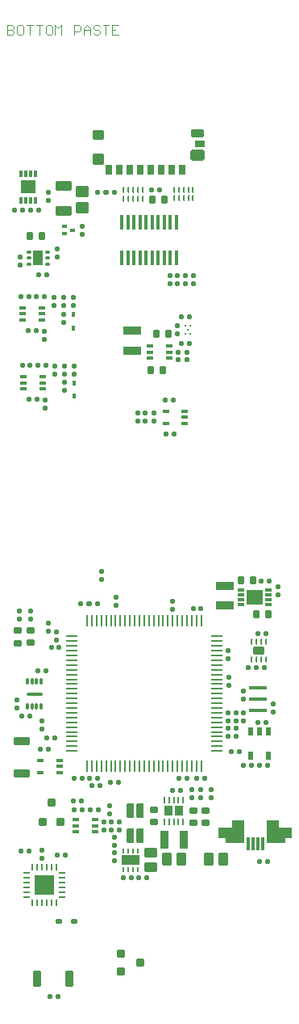
<source format=gbp>
G04*
G04 #@! TF.GenerationSoftware,Altium Limited,Altium Designer,21.3.1 (25)*
G04*
G04 Layer_Color=6710886*
%FSLAX25Y25*%
%MOIN*%
G70*
G04*
G04 #@! TF.SameCoordinates,17E3FC6B-7FA6-4A94-9312-BAE076C6F9B9*
G04*
G04*
G04 #@! TF.FilePolarity,Positive*
G04*
G01*
G75*
%ADD11C,0.00394*%
G04:AMPARAMS|DCode=14|XSize=20.47mil|YSize=20.47mil|CornerRadius=4.1mil|HoleSize=0mil|Usage=FLASHONLY|Rotation=270.000|XOffset=0mil|YOffset=0mil|HoleType=Round|Shape=RoundedRectangle|*
%AMROUNDEDRECTD14*
21,1,0.02047,0.01228,0,0,270.0*
21,1,0.01228,0.02047,0,0,270.0*
1,1,0.00819,-0.00614,-0.00614*
1,1,0.00819,-0.00614,0.00614*
1,1,0.00819,0.00614,0.00614*
1,1,0.00819,0.00614,-0.00614*
%
%ADD14ROUNDEDRECTD14*%
G04:AMPARAMS|DCode=15|XSize=20.47mil|YSize=20.47mil|CornerRadius=4.1mil|HoleSize=0mil|Usage=FLASHONLY|Rotation=180.000|XOffset=0mil|YOffset=0mil|HoleType=Round|Shape=RoundedRectangle|*
%AMROUNDEDRECTD15*
21,1,0.02047,0.01228,0,0,180.0*
21,1,0.01228,0.02047,0,0,180.0*
1,1,0.00819,-0.00614,0.00614*
1,1,0.00819,0.00614,0.00614*
1,1,0.00819,0.00614,-0.00614*
1,1,0.00819,-0.00614,-0.00614*
%
%ADD15ROUNDEDRECTD15*%
%ADD16C,0.00984*%
G04:AMPARAMS|DCode=45|XSize=31.5mil|YSize=27.56mil|CornerRadius=3.45mil|HoleSize=0mil|Usage=FLASHONLY|Rotation=180.000|XOffset=0mil|YOffset=0mil|HoleType=Round|Shape=RoundedRectangle|*
%AMROUNDEDRECTD45*
21,1,0.03150,0.02067,0,0,180.0*
21,1,0.02461,0.02756,0,0,180.0*
1,1,0.00689,-0.01230,0.01034*
1,1,0.00689,0.01230,0.01034*
1,1,0.00689,0.01230,-0.01034*
1,1,0.00689,-0.01230,-0.01034*
%
%ADD45ROUNDEDRECTD45*%
G04:AMPARAMS|DCode=47|XSize=47.24mil|YSize=31.1mil|CornerRadius=3.11mil|HoleSize=0mil|Usage=FLASHONLY|Rotation=180.000|XOffset=0mil|YOffset=0mil|HoleType=Round|Shape=RoundedRectangle|*
%AMROUNDEDRECTD47*
21,1,0.04724,0.02488,0,0,180.0*
21,1,0.04102,0.03110,0,0,180.0*
1,1,0.00622,-0.02051,0.01244*
1,1,0.00622,0.02051,0.01244*
1,1,0.00622,0.02051,-0.01244*
1,1,0.00622,-0.02051,-0.01244*
%
%ADD47ROUNDEDRECTD47*%
G04:AMPARAMS|DCode=48|XSize=9.84mil|YSize=25.59mil|CornerRadius=2.46mil|HoleSize=0mil|Usage=FLASHONLY|Rotation=180.000|XOffset=0mil|YOffset=0mil|HoleType=Round|Shape=RoundedRectangle|*
%AMROUNDEDRECTD48*
21,1,0.00984,0.02067,0,0,180.0*
21,1,0.00492,0.02559,0,0,180.0*
1,1,0.00492,-0.00246,0.01034*
1,1,0.00492,0.00246,0.01034*
1,1,0.00492,0.00246,-0.01034*
1,1,0.00492,-0.00246,-0.01034*
%
%ADD48ROUNDEDRECTD48*%
G04:AMPARAMS|DCode=49|XSize=33.47mil|YSize=29.53mil|CornerRadius=5.91mil|HoleSize=0mil|Usage=FLASHONLY|Rotation=270.000|XOffset=0mil|YOffset=0mil|HoleType=Round|Shape=RoundedRectangle|*
%AMROUNDEDRECTD49*
21,1,0.03347,0.01772,0,0,270.0*
21,1,0.02165,0.02953,0,0,270.0*
1,1,0.01181,-0.00886,-0.01083*
1,1,0.01181,-0.00886,0.01083*
1,1,0.01181,0.00886,0.01083*
1,1,0.01181,0.00886,-0.01083*
%
%ADD49ROUNDEDRECTD49*%
G04:AMPARAMS|DCode=50|XSize=51.18mil|YSize=39.37mil|CornerRadius=4.92mil|HoleSize=0mil|Usage=FLASHONLY|Rotation=270.000|XOffset=0mil|YOffset=0mil|HoleType=Round|Shape=RoundedRectangle|*
%AMROUNDEDRECTD50*
21,1,0.05118,0.02953,0,0,270.0*
21,1,0.04134,0.03937,0,0,270.0*
1,1,0.00984,-0.01476,-0.02067*
1,1,0.00984,-0.01476,0.02067*
1,1,0.00984,0.01476,0.02067*
1,1,0.00984,0.01476,-0.02067*
%
%ADD50ROUNDEDRECTD50*%
G04:AMPARAMS|DCode=51|XSize=75.59mil|YSize=36.61mil|CornerRadius=4.58mil|HoleSize=0mil|Usage=FLASHONLY|Rotation=180.000|XOffset=0mil|YOffset=0mil|HoleType=Round|Shape=RoundedRectangle|*
%AMROUNDEDRECTD51*
21,1,0.07559,0.02746,0,0,180.0*
21,1,0.06644,0.03661,0,0,180.0*
1,1,0.00915,-0.03322,0.01373*
1,1,0.00915,0.03322,0.01373*
1,1,0.00915,0.03322,-0.01373*
1,1,0.00915,-0.03322,-0.01373*
%
%ADD51ROUNDEDRECTD51*%
G04:AMPARAMS|DCode=52|XSize=11.81mil|YSize=29.53mil|CornerRadius=2.36mil|HoleSize=0mil|Usage=FLASHONLY|Rotation=90.000|XOffset=0mil|YOffset=0mil|HoleType=Round|Shape=RoundedRectangle|*
%AMROUNDEDRECTD52*
21,1,0.01181,0.02480,0,0,90.0*
21,1,0.00709,0.02953,0,0,90.0*
1,1,0.00472,0.01240,0.00354*
1,1,0.00472,0.01240,-0.00354*
1,1,0.00472,-0.01240,-0.00354*
1,1,0.00472,-0.01240,0.00354*
%
%ADD52ROUNDEDRECTD52*%
G04:AMPARAMS|DCode=53|XSize=11.81mil|YSize=29.53mil|CornerRadius=2.36mil|HoleSize=0mil|Usage=FLASHONLY|Rotation=180.000|XOffset=0mil|YOffset=0mil|HoleType=Round|Shape=RoundedRectangle|*
%AMROUNDEDRECTD53*
21,1,0.01181,0.02480,0,0,180.0*
21,1,0.00709,0.02953,0,0,180.0*
1,1,0.00472,-0.00354,0.01240*
1,1,0.00472,0.00354,0.01240*
1,1,0.00472,0.00354,-0.01240*
1,1,0.00472,-0.00354,-0.01240*
%
%ADD53ROUNDEDRECTD53*%
G04:AMPARAMS|DCode=54|XSize=27.56mil|YSize=39.37mil|CornerRadius=3.45mil|HoleSize=0mil|Usage=FLASHONLY|Rotation=0.000|XOffset=0mil|YOffset=0mil|HoleType=Round|Shape=RoundedRectangle|*
%AMROUNDEDRECTD54*
21,1,0.02756,0.03248,0,0,0.0*
21,1,0.02067,0.03937,0,0,0.0*
1,1,0.00689,0.01034,-0.01624*
1,1,0.00689,-0.01034,-0.01624*
1,1,0.00689,-0.01034,0.01624*
1,1,0.00689,0.01034,0.01624*
%
%ADD54ROUNDEDRECTD54*%
G04:AMPARAMS|DCode=55|XSize=11.81mil|YSize=23.62mil|CornerRadius=2.36mil|HoleSize=0mil|Usage=FLASHONLY|Rotation=180.000|XOffset=0mil|YOffset=0mil|HoleType=Round|Shape=RoundedRectangle|*
%AMROUNDEDRECTD55*
21,1,0.01181,0.01890,0,0,180.0*
21,1,0.00709,0.02362,0,0,180.0*
1,1,0.00472,-0.00354,0.00945*
1,1,0.00472,0.00354,0.00945*
1,1,0.00472,0.00354,-0.00945*
1,1,0.00472,-0.00354,-0.00945*
%
%ADD55ROUNDEDRECTD55*%
G04:AMPARAMS|DCode=56|XSize=15.75mil|YSize=25.59mil|CornerRadius=2.76mil|HoleSize=0mil|Usage=FLASHONLY|Rotation=90.000|XOffset=0mil|YOffset=0mil|HoleType=Round|Shape=RoundedRectangle|*
%AMROUNDEDRECTD56*
21,1,0.01575,0.02008,0,0,90.0*
21,1,0.01024,0.02559,0,0,90.0*
1,1,0.00551,0.01004,0.00512*
1,1,0.00551,0.01004,-0.00512*
1,1,0.00551,-0.01004,-0.00512*
1,1,0.00551,-0.01004,0.00512*
%
%ADD56ROUNDEDRECTD56*%
G04:AMPARAMS|DCode=57|XSize=15.75mil|YSize=59.06mil|CornerRadius=3.94mil|HoleSize=0mil|Usage=FLASHONLY|Rotation=0.000|XOffset=0mil|YOffset=0mil|HoleType=Round|Shape=RoundedRectangle|*
%AMROUNDEDRECTD57*
21,1,0.01575,0.05118,0,0,0.0*
21,1,0.00787,0.05906,0,0,0.0*
1,1,0.00787,0.00394,-0.02559*
1,1,0.00787,-0.00394,-0.02559*
1,1,0.00787,-0.00394,0.02559*
1,1,0.00787,0.00394,0.02559*
%
%ADD57ROUNDEDRECTD57*%
G04:AMPARAMS|DCode=58|XSize=21.65mil|YSize=31.5mil|CornerRadius=2.71mil|HoleSize=0mil|Usage=FLASHONLY|Rotation=180.000|XOffset=0mil|YOffset=0mil|HoleType=Round|Shape=RoundedRectangle|*
%AMROUNDEDRECTD58*
21,1,0.02165,0.02608,0,0,180.0*
21,1,0.01624,0.03150,0,0,180.0*
1,1,0.00541,-0.00812,0.01304*
1,1,0.00541,0.00812,0.01304*
1,1,0.00541,0.00812,-0.01304*
1,1,0.00541,-0.00812,-0.01304*
%
%ADD58ROUNDEDRECTD58*%
G04:AMPARAMS|DCode=59|XSize=31.5mil|YSize=66.93mil|CornerRadius=3.94mil|HoleSize=0mil|Usage=FLASHONLY|Rotation=0.000|XOffset=0mil|YOffset=0mil|HoleType=Round|Shape=RoundedRectangle|*
%AMROUNDEDRECTD59*
21,1,0.03150,0.05906,0,0,0.0*
21,1,0.02362,0.06693,0,0,0.0*
1,1,0.00787,0.01181,-0.02953*
1,1,0.00787,-0.01181,-0.02953*
1,1,0.00787,-0.01181,0.02953*
1,1,0.00787,0.01181,0.02953*
%
%ADD59ROUNDEDRECTD59*%
G04:AMPARAMS|DCode=60|XSize=9.84mil|YSize=29.53mil|CornerRadius=2.46mil|HoleSize=0mil|Usage=FLASHONLY|Rotation=180.000|XOffset=0mil|YOffset=0mil|HoleType=Round|Shape=RoundedRectangle|*
%AMROUNDEDRECTD60*
21,1,0.00984,0.02461,0,0,180.0*
21,1,0.00492,0.02953,0,0,180.0*
1,1,0.00492,-0.00246,0.01230*
1,1,0.00492,0.00246,0.01230*
1,1,0.00492,0.00246,-0.01230*
1,1,0.00492,-0.00246,-0.01230*
%
%ADD60ROUNDEDRECTD60*%
G04:AMPARAMS|DCode=61|XSize=15.75mil|YSize=25.59mil|CornerRadius=3.94mil|HoleSize=0mil|Usage=FLASHONLY|Rotation=90.000|XOffset=0mil|YOffset=0mil|HoleType=Round|Shape=RoundedRectangle|*
%AMROUNDEDRECTD61*
21,1,0.01575,0.01772,0,0,90.0*
21,1,0.00787,0.02559,0,0,90.0*
1,1,0.00787,0.00886,0.00394*
1,1,0.00787,0.00886,-0.00394*
1,1,0.00787,-0.00886,-0.00394*
1,1,0.00787,-0.00886,0.00394*
%
%ADD61ROUNDEDRECTD61*%
G04:AMPARAMS|DCode=62|XSize=31.5mil|YSize=66.93mil|CornerRadius=3.94mil|HoleSize=0mil|Usage=FLASHONLY|Rotation=90.000|XOffset=0mil|YOffset=0mil|HoleType=Round|Shape=RoundedRectangle|*
%AMROUNDEDRECTD62*
21,1,0.03150,0.05906,0,0,90.0*
21,1,0.02362,0.06693,0,0,90.0*
1,1,0.00787,0.02953,0.01181*
1,1,0.00787,0.02953,-0.01181*
1,1,0.00787,-0.02953,-0.01181*
1,1,0.00787,-0.02953,0.01181*
%
%ADD62ROUNDEDRECTD62*%
G04:AMPARAMS|DCode=63|XSize=33.47mil|YSize=29.53mil|CornerRadius=5.91mil|HoleSize=0mil|Usage=FLASHONLY|Rotation=0.000|XOffset=0mil|YOffset=0mil|HoleType=Round|Shape=RoundedRectangle|*
%AMROUNDEDRECTD63*
21,1,0.03347,0.01772,0,0,0.0*
21,1,0.02165,0.02953,0,0,0.0*
1,1,0.01181,0.01083,-0.00886*
1,1,0.01181,-0.01083,-0.00886*
1,1,0.01181,-0.01083,0.00886*
1,1,0.01181,0.01083,0.00886*
%
%ADD63ROUNDEDRECTD63*%
G04:AMPARAMS|DCode=64|XSize=9.84mil|YSize=49.21mil|CornerRadius=2.46mil|HoleSize=0mil|Usage=FLASHONLY|Rotation=180.000|XOffset=0mil|YOffset=0mil|HoleType=Round|Shape=RoundedRectangle|*
%AMROUNDEDRECTD64*
21,1,0.00984,0.04429,0,0,180.0*
21,1,0.00492,0.04921,0,0,180.0*
1,1,0.00492,-0.00246,0.02215*
1,1,0.00492,0.00246,0.02215*
1,1,0.00492,0.00246,-0.02215*
1,1,0.00492,-0.00246,-0.02215*
%
%ADD64ROUNDEDRECTD64*%
G04:AMPARAMS|DCode=65|XSize=9.84mil|YSize=49.21mil|CornerRadius=2.46mil|HoleSize=0mil|Usage=FLASHONLY|Rotation=90.000|XOffset=0mil|YOffset=0mil|HoleType=Round|Shape=RoundedRectangle|*
%AMROUNDEDRECTD65*
21,1,0.00984,0.04429,0,0,90.0*
21,1,0.00492,0.04921,0,0,90.0*
1,1,0.00492,0.02215,0.00246*
1,1,0.00492,0.02215,-0.00246*
1,1,0.00492,-0.02215,-0.00246*
1,1,0.00492,-0.02215,0.00246*
%
%ADD65ROUNDEDRECTD65*%
G04:AMPARAMS|DCode=67|XSize=9.84mil|YSize=23.62mil|CornerRadius=1.97mil|HoleSize=0mil|Usage=FLASHONLY|Rotation=0.000|XOffset=0mil|YOffset=0mil|HoleType=Round|Shape=RoundedRectangle|*
%AMROUNDEDRECTD67*
21,1,0.00984,0.01968,0,0,0.0*
21,1,0.00591,0.02362,0,0,0.0*
1,1,0.00394,0.00295,-0.00984*
1,1,0.00394,-0.00295,-0.00984*
1,1,0.00394,-0.00295,0.00984*
1,1,0.00394,0.00295,0.00984*
%
%ADD67ROUNDEDRECTD67*%
G04:AMPARAMS|DCode=68|XSize=11.81mil|YSize=17.72mil|CornerRadius=1.77mil|HoleSize=0mil|Usage=FLASHONLY|Rotation=90.000|XOffset=0mil|YOffset=0mil|HoleType=Round|Shape=RoundedRectangle|*
%AMROUNDEDRECTD68*
21,1,0.01181,0.01417,0,0,90.0*
21,1,0.00827,0.01772,0,0,90.0*
1,1,0.00354,0.00709,0.00413*
1,1,0.00354,0.00709,-0.00413*
1,1,0.00354,-0.00709,-0.00413*
1,1,0.00354,-0.00709,0.00413*
%
%ADD68ROUNDEDRECTD68*%
G04:AMPARAMS|DCode=70|XSize=70.87mil|YSize=43.31mil|CornerRadius=2.17mil|HoleSize=0mil|Usage=FLASHONLY|Rotation=0.000|XOffset=0mil|YOffset=0mil|HoleType=Round|Shape=RoundedRectangle|*
%AMROUNDEDRECTD70*
21,1,0.07087,0.03898,0,0,0.0*
21,1,0.06653,0.04331,0,0,0.0*
1,1,0.00433,0.03327,-0.01949*
1,1,0.00433,-0.03327,-0.01949*
1,1,0.00433,-0.03327,0.01949*
1,1,0.00433,0.03327,0.01949*
%
%ADD70ROUNDEDRECTD70*%
G04:AMPARAMS|DCode=71|XSize=9.84mil|YSize=19.68mil|CornerRadius=1.97mil|HoleSize=0mil|Usage=FLASHONLY|Rotation=0.000|XOffset=0mil|YOffset=0mil|HoleType=Round|Shape=RoundedRectangle|*
%AMROUNDEDRECTD71*
21,1,0.00984,0.01575,0,0,0.0*
21,1,0.00591,0.01968,0,0,0.0*
1,1,0.00394,0.00295,-0.00787*
1,1,0.00394,-0.00295,-0.00787*
1,1,0.00394,-0.00295,0.00787*
1,1,0.00394,0.00295,0.00787*
%
%ADD71ROUNDEDRECTD71*%
G04:AMPARAMS|DCode=72|XSize=62.99mil|YSize=39.37mil|CornerRadius=1.97mil|HoleSize=0mil|Usage=FLASHONLY|Rotation=90.000|XOffset=0mil|YOffset=0mil|HoleType=Round|Shape=RoundedRectangle|*
%AMROUNDEDRECTD72*
21,1,0.06299,0.03543,0,0,90.0*
21,1,0.05906,0.03937,0,0,90.0*
1,1,0.00394,0.01772,0.02953*
1,1,0.00394,0.01772,-0.02953*
1,1,0.00394,-0.01772,-0.02953*
1,1,0.00394,-0.01772,0.02953*
%
%ADD72ROUNDEDRECTD72*%
G04:AMPARAMS|DCode=74|XSize=15.75mil|YSize=21.65mil|CornerRadius=3.94mil|HoleSize=0mil|Usage=FLASHONLY|Rotation=270.000|XOffset=0mil|YOffset=0mil|HoleType=Round|Shape=RoundedRectangle|*
%AMROUNDEDRECTD74*
21,1,0.01575,0.01378,0,0,270.0*
21,1,0.00787,0.02165,0,0,270.0*
1,1,0.00787,-0.00689,-0.00394*
1,1,0.00787,-0.00689,0.00394*
1,1,0.00787,0.00689,0.00394*
1,1,0.00787,0.00689,-0.00394*
%
%ADD74ROUNDEDRECTD74*%
G04:AMPARAMS|DCode=75|XSize=62.99mil|YSize=30mil|CornerRadius=3.75mil|HoleSize=0mil|Usage=FLASHONLY|Rotation=90.000|XOffset=0mil|YOffset=0mil|HoleType=Round|Shape=RoundedRectangle|*
%AMROUNDEDRECTD75*
21,1,0.06299,0.02250,0,0,90.0*
21,1,0.05549,0.03000,0,0,90.0*
1,1,0.00750,0.01125,0.02775*
1,1,0.00750,0.01125,-0.02775*
1,1,0.00750,-0.01125,-0.02775*
1,1,0.00750,-0.01125,0.02775*
%
%ADD75ROUNDEDRECTD75*%
G04:AMPARAMS|DCode=76|XSize=66.93mil|YSize=43.31mil|CornerRadius=5.41mil|HoleSize=0mil|Usage=FLASHONLY|Rotation=0.000|XOffset=0mil|YOffset=0mil|HoleType=Round|Shape=RoundedRectangle|*
%AMROUNDEDRECTD76*
21,1,0.06693,0.03248,0,0,0.0*
21,1,0.05610,0.04331,0,0,0.0*
1,1,0.01083,0.02805,-0.01624*
1,1,0.01083,-0.02805,-0.01624*
1,1,0.01083,-0.02805,0.01624*
1,1,0.01083,0.02805,0.01624*
%
%ADD76ROUNDEDRECTD76*%
G04:AMPARAMS|DCode=77|XSize=19.68mil|YSize=23.62mil|CornerRadius=4.92mil|HoleSize=0mil|Usage=FLASHONLY|Rotation=270.000|XOffset=0mil|YOffset=0mil|HoleType=Round|Shape=RoundedRectangle|*
%AMROUNDEDRECTD77*
21,1,0.01968,0.01378,0,0,270.0*
21,1,0.00984,0.02362,0,0,270.0*
1,1,0.00984,-0.00689,-0.00492*
1,1,0.00984,-0.00689,0.00492*
1,1,0.00984,0.00689,0.00492*
1,1,0.00984,0.00689,-0.00492*
%
%ADD77ROUNDEDRECTD77*%
G04:AMPARAMS|DCode=78|XSize=7.87mil|YSize=23.62mil|CornerRadius=1.97mil|HoleSize=0mil|Usage=FLASHONLY|Rotation=180.000|XOffset=0mil|YOffset=0mil|HoleType=Round|Shape=RoundedRectangle|*
%AMROUNDEDRECTD78*
21,1,0.00787,0.01968,0,0,180.0*
21,1,0.00394,0.02362,0,0,180.0*
1,1,0.00394,-0.00197,0.00984*
1,1,0.00394,0.00197,0.00984*
1,1,0.00394,0.00197,-0.00984*
1,1,0.00394,-0.00197,-0.00984*
%
%ADD78ROUNDEDRECTD78*%
G04:AMPARAMS|DCode=79|XSize=11.81mil|YSize=66.93mil|CornerRadius=2.95mil|HoleSize=0mil|Usage=FLASHONLY|Rotation=270.000|XOffset=0mil|YOffset=0mil|HoleType=Round|Shape=RoundedRectangle|*
%AMROUNDEDRECTD79*
21,1,0.01181,0.06102,0,0,270.0*
21,1,0.00591,0.06693,0,0,270.0*
1,1,0.00591,-0.03051,-0.00295*
1,1,0.00591,-0.03051,0.00295*
1,1,0.00591,0.03051,0.00295*
1,1,0.00591,0.03051,-0.00295*
%
%ADD79ROUNDEDRECTD79*%
G04:AMPARAMS|DCode=80|XSize=15.75mil|YSize=74.8mil|CornerRadius=3.94mil|HoleSize=0mil|Usage=FLASHONLY|Rotation=270.000|XOffset=0mil|YOffset=0mil|HoleType=Round|Shape=RoundedRectangle|*
%AMROUNDEDRECTD80*
21,1,0.01575,0.06693,0,0,270.0*
21,1,0.00787,0.07480,0,0,270.0*
1,1,0.00787,-0.03347,-0.00394*
1,1,0.00787,-0.03347,0.00394*
1,1,0.00787,0.03347,0.00394*
1,1,0.00787,0.03347,-0.00394*
%
%ADD80ROUNDEDRECTD80*%
G04:AMPARAMS|DCode=81|XSize=39.37mil|YSize=27.56mil|CornerRadius=3.45mil|HoleSize=0mil|Usage=FLASHONLY|Rotation=0.000|XOffset=0mil|YOffset=0mil|HoleType=Round|Shape=RoundedRectangle|*
%AMROUNDEDRECTD81*
21,1,0.03937,0.02067,0,0,0.0*
21,1,0.03248,0.02756,0,0,0.0*
1,1,0.00689,0.01624,-0.01034*
1,1,0.00689,-0.01624,-0.01034*
1,1,0.00689,-0.01624,0.01034*
1,1,0.00689,0.01624,0.01034*
%
%ADD81ROUNDEDRECTD81*%
G04:AMPARAMS|DCode=82|XSize=57.09mil|YSize=47.24mil|CornerRadius=5.91mil|HoleSize=0mil|Usage=FLASHONLY|Rotation=0.000|XOffset=0mil|YOffset=0mil|HoleType=Round|Shape=RoundedRectangle|*
%AMROUNDEDRECTD82*
21,1,0.05709,0.03543,0,0,0.0*
21,1,0.04528,0.04724,0,0,0.0*
1,1,0.01181,0.02264,-0.01772*
1,1,0.01181,-0.02264,-0.01772*
1,1,0.01181,-0.02264,0.01772*
1,1,0.01181,0.02264,0.01772*
%
%ADD82ROUNDEDRECTD82*%
G04:AMPARAMS|DCode=83|XSize=55.12mil|YSize=31.5mil|CornerRadius=3.94mil|HoleSize=0mil|Usage=FLASHONLY|Rotation=0.000|XOffset=0mil|YOffset=0mil|HoleType=Round|Shape=RoundedRectangle|*
%AMROUNDEDRECTD83*
21,1,0.05512,0.02362,0,0,0.0*
21,1,0.04724,0.03150,0,0,0.0*
1,1,0.00787,0.02362,-0.01181*
1,1,0.00787,-0.02362,-0.01181*
1,1,0.00787,-0.02362,0.01181*
1,1,0.00787,0.02362,0.01181*
%
%ADD83ROUNDEDRECTD83*%
G04:AMPARAMS|DCode=84|XSize=45.28mil|YSize=47.24mil|CornerRadius=5.66mil|HoleSize=0mil|Usage=FLASHONLY|Rotation=0.000|XOffset=0mil|YOffset=0mil|HoleType=Round|Shape=RoundedRectangle|*
%AMROUNDEDRECTD84*
21,1,0.04528,0.03593,0,0,0.0*
21,1,0.03396,0.04724,0,0,0.0*
1,1,0.01132,0.01698,-0.01796*
1,1,0.01132,-0.01698,-0.01796*
1,1,0.01132,-0.01698,0.01796*
1,1,0.01132,0.01698,0.01796*
%
%ADD84ROUNDEDRECTD84*%
G04:AMPARAMS|DCode=85|XSize=45.28mil|YSize=43.31mil|CornerRadius=5.41mil|HoleSize=0mil|Usage=FLASHONLY|Rotation=0.000|XOffset=0mil|YOffset=0mil|HoleType=Round|Shape=RoundedRectangle|*
%AMROUNDEDRECTD85*
21,1,0.04528,0.03248,0,0,0.0*
21,1,0.03445,0.04331,0,0,0.0*
1,1,0.01083,0.01722,-0.01624*
1,1,0.01083,-0.01722,-0.01624*
1,1,0.01083,-0.01722,0.01624*
1,1,0.01083,0.01722,0.01624*
%
%ADD85ROUNDEDRECTD85*%
G04:AMPARAMS|DCode=86|XSize=62.99mil|YSize=55.12mil|CornerRadius=2.76mil|HoleSize=0mil|Usage=FLASHONLY|Rotation=180.000|XOffset=0mil|YOffset=0mil|HoleType=Round|Shape=RoundedRectangle|*
%AMROUNDEDRECTD86*
21,1,0.06299,0.04961,0,0,180.0*
21,1,0.05748,0.05512,0,0,180.0*
1,1,0.00551,-0.02874,0.02480*
1,1,0.00551,0.02874,0.02480*
1,1,0.00551,0.02874,-0.02480*
1,1,0.00551,-0.02874,-0.02480*
%
%ADD86ROUNDEDRECTD86*%
G04:AMPARAMS|DCode=87|XSize=68.9mil|YSize=57.09mil|CornerRadius=2.85mil|HoleSize=0mil|Usage=FLASHONLY|Rotation=180.000|XOffset=0mil|YOffset=0mil|HoleType=Round|Shape=RoundedRectangle|*
%AMROUNDEDRECTD87*
21,1,0.06890,0.05138,0,0,180.0*
21,1,0.06319,0.05709,0,0,180.0*
1,1,0.00571,-0.03159,0.02569*
1,1,0.00571,0.03159,0.02569*
1,1,0.00571,0.03159,-0.02569*
1,1,0.00571,-0.03159,-0.02569*
%
%ADD87ROUNDEDRECTD87*%
G04:AMPARAMS|DCode=88|XSize=15.75mil|YSize=21.65mil|CornerRadius=3.94mil|HoleSize=0mil|Usage=FLASHONLY|Rotation=0.000|XOffset=0mil|YOffset=0mil|HoleType=Round|Shape=RoundedRectangle|*
%AMROUNDEDRECTD88*
21,1,0.01575,0.01378,0,0,0.0*
21,1,0.00787,0.02165,0,0,0.0*
1,1,0.00787,0.00394,-0.00689*
1,1,0.00787,-0.00394,-0.00689*
1,1,0.00787,-0.00394,0.00689*
1,1,0.00787,0.00394,0.00689*
%
%ADD88ROUNDEDRECTD88*%
G04:AMPARAMS|DCode=89|XSize=55.12mil|YSize=47.24mil|CornerRadius=5.91mil|HoleSize=0mil|Usage=FLASHONLY|Rotation=0.000|XOffset=0mil|YOffset=0mil|HoleType=Round|Shape=RoundedRectangle|*
%AMROUNDEDRECTD89*
21,1,0.05512,0.03543,0,0,0.0*
21,1,0.04331,0.04724,0,0,0.0*
1,1,0.01181,0.02165,-0.01772*
1,1,0.01181,-0.02165,-0.01772*
1,1,0.01181,-0.02165,0.01772*
1,1,0.01181,0.02165,0.01772*
%
%ADD89ROUNDEDRECTD89*%
G04:AMPARAMS|DCode=90|XSize=62.99mil|YSize=51.18mil|CornerRadius=6.4mil|HoleSize=0mil|Usage=FLASHONLY|Rotation=180.000|XOffset=0mil|YOffset=0mil|HoleType=Round|Shape=RoundedRectangle|*
%AMROUNDEDRECTD90*
21,1,0.06299,0.03839,0,0,180.0*
21,1,0.05020,0.05118,0,0,180.0*
1,1,0.01280,-0.02510,0.01919*
1,1,0.01280,0.02510,0.01919*
1,1,0.01280,0.02510,-0.01919*
1,1,0.01280,-0.02510,-0.01919*
%
%ADD90ROUNDEDRECTD90*%
G04:AMPARAMS|DCode=91|XSize=11.81mil|YSize=55.12mil|CornerRadius=1.48mil|HoleSize=0mil|Usage=FLASHONLY|Rotation=0.000|XOffset=0mil|YOffset=0mil|HoleType=Round|Shape=RoundedRectangle|*
%AMROUNDEDRECTD91*
21,1,0.01181,0.05217,0,0,0.0*
21,1,0.00886,0.05512,0,0,0.0*
1,1,0.00295,0.00443,-0.02608*
1,1,0.00295,-0.00443,-0.02608*
1,1,0.00295,-0.00443,0.02608*
1,1,0.00295,0.00443,0.02608*
%
%ADD91ROUNDEDRECTD91*%
G04:AMPARAMS|DCode=92|XSize=9.84mil|YSize=29.53mil|CornerRadius=2.46mil|HoleSize=0mil|Usage=FLASHONLY|Rotation=90.000|XOffset=0mil|YOffset=0mil|HoleType=Round|Shape=RoundedRectangle|*
%AMROUNDEDRECTD92*
21,1,0.00984,0.02461,0,0,90.0*
21,1,0.00492,0.02953,0,0,90.0*
1,1,0.00492,0.01230,0.00246*
1,1,0.00492,0.01230,-0.00246*
1,1,0.00492,-0.01230,-0.00246*
1,1,0.00492,-0.01230,0.00246*
%
%ADD92ROUNDEDRECTD92*%
G04:AMPARAMS|DCode=94|XSize=51.18mil|YSize=39.37mil|CornerRadius=4.92mil|HoleSize=0mil|Usage=FLASHONLY|Rotation=180.000|XOffset=0mil|YOffset=0mil|HoleType=Round|Shape=RoundedRectangle|*
%AMROUNDEDRECTD94*
21,1,0.05118,0.02953,0,0,180.0*
21,1,0.04134,0.03937,0,0,180.0*
1,1,0.00984,-0.02067,0.01476*
1,1,0.00984,0.02067,0.01476*
1,1,0.00984,0.02067,-0.01476*
1,1,0.00984,-0.02067,-0.01476*
%
%ADD94ROUNDEDRECTD94*%
G04:AMPARAMS|DCode=95|XSize=75.59mil|YSize=36.61mil|CornerRadius=4.58mil|HoleSize=0mil|Usage=FLASHONLY|Rotation=270.000|XOffset=0mil|YOffset=0mil|HoleType=Round|Shape=RoundedRectangle|*
%AMROUNDEDRECTD95*
21,1,0.07559,0.02746,0,0,270.0*
21,1,0.06644,0.03661,0,0,270.0*
1,1,0.00915,-0.01373,-0.03322*
1,1,0.00915,-0.01373,0.03322*
1,1,0.00915,0.01373,0.03322*
1,1,0.00915,0.01373,-0.03322*
%
%ADD95ROUNDEDRECTD95*%
G04:AMPARAMS|DCode=96|XSize=31.5mil|YSize=35.43mil|CornerRadius=3.94mil|HoleSize=0mil|Usage=FLASHONLY|Rotation=0.000|XOffset=0mil|YOffset=0mil|HoleType=Round|Shape=RoundedRectangle|*
%AMROUNDEDRECTD96*
21,1,0.03150,0.02756,0,0,0.0*
21,1,0.02362,0.03543,0,0,0.0*
1,1,0.00787,0.01181,-0.01378*
1,1,0.00787,-0.01181,-0.01378*
1,1,0.00787,-0.01181,0.01378*
1,1,0.00787,0.01181,0.01378*
%
%ADD96ROUNDEDRECTD96*%
G04:AMPARAMS|DCode=97|XSize=31.5mil|YSize=35.43mil|CornerRadius=3.94mil|HoleSize=0mil|Usage=FLASHONLY|Rotation=270.000|XOffset=0mil|YOffset=0mil|HoleType=Round|Shape=RoundedRectangle|*
%AMROUNDEDRECTD97*
21,1,0.03150,0.02756,0,0,270.0*
21,1,0.02362,0.03543,0,0,270.0*
1,1,0.00787,-0.01378,-0.01181*
1,1,0.00787,-0.01378,0.01181*
1,1,0.00787,0.01378,0.01181*
1,1,0.00787,0.01378,-0.01181*
%
%ADD97ROUNDEDRECTD97*%
%ADD154R,0.01378X0.03386*%
%ADD155R,0.03504X0.04331*%
G04:AMPARAMS|DCode=156|XSize=78.74mil|YSize=78.74mil|CornerRadius=0.39mil|HoleSize=0mil|Usage=FLASHONLY|Rotation=180.000|XOffset=0mil|YOffset=0mil|HoleType=Round|Shape=RoundedRectangle|*
%AMROUNDEDRECTD156*
21,1,0.07874,0.07795,0,0,180.0*
21,1,0.07795,0.07874,0,0,180.0*
1,1,0.00079,-0.03898,0.03898*
1,1,0.00079,0.03898,0.03898*
1,1,0.00079,0.03898,-0.03898*
1,1,0.00079,-0.03898,-0.03898*
%
%ADD156ROUNDEDRECTD156*%
G36*
X563681Y452583D02*
X556004D01*
Y454552D01*
X553248D01*
Y458883D01*
X558760D01*
Y461638D01*
X563681D01*
Y452583D01*
D02*
G37*
G36*
X578051Y458883D02*
X583563D01*
Y454552D01*
X580807D01*
Y452583D01*
X573130D01*
Y461638D01*
X578051D01*
Y458883D01*
D02*
G37*
D11*
X465929Y789791D02*
Y785856D01*
X467897D01*
X468553Y786512D01*
Y787168D01*
X467897Y787824D01*
X465929D01*
X467897D01*
X468553Y788480D01*
Y789136D01*
X467897Y789791D01*
X465929D01*
X471833D02*
X470521D01*
X469865Y789136D01*
Y786512D01*
X470521Y785856D01*
X471833D01*
X472489Y786512D01*
Y789136D01*
X471833Y789791D01*
X473801D02*
X476425D01*
X475113D01*
Y785856D01*
X477736Y789791D02*
X480360D01*
X479048D01*
Y785856D01*
X483640Y789791D02*
X482328D01*
X481672Y789136D01*
Y786512D01*
X482328Y785856D01*
X483640D01*
X484296Y786512D01*
Y789136D01*
X483640Y789791D01*
X485608Y785856D02*
Y789791D01*
X486920Y788480D01*
X488232Y789791D01*
Y785856D01*
X493479D02*
Y789791D01*
X495447D01*
X496103Y789136D01*
Y787824D01*
X495447Y787168D01*
X493479D01*
X497415Y785856D02*
Y788480D01*
X498727Y789791D01*
X500039Y788480D01*
Y785856D01*
Y787824D01*
X497415D01*
X503975Y789136D02*
X503319Y789791D01*
X502007D01*
X501351Y789136D01*
Y788480D01*
X502007Y787824D01*
X503319D01*
X503975Y787168D01*
Y786512D01*
X503319Y785856D01*
X502007D01*
X501351Y786512D01*
X505287Y789791D02*
X507910D01*
X506599D01*
Y785856D01*
X511846Y789791D02*
X509222D01*
Y785856D01*
X511846D01*
X509222Y787824D02*
X510534D01*
D14*
X541205Y669320D02*
D03*
X537898D02*
D03*
X541205Y658296D02*
D03*
X537898D02*
D03*
X565358Y524831D02*
D03*
X568665D02*
D03*
X568705D02*
D03*
X572012D02*
D03*
X569394Y538709D02*
D03*
X572701D02*
D03*
X531233Y635084D02*
D03*
X510102Y720894D02*
D03*
X570181Y484280D02*
D03*
X483567Y389005D02*
D03*
X569602Y502073D02*
D03*
X479445Y491049D02*
D03*
X481756Y523257D02*
D03*
X471756Y504753D02*
D03*
X474669Y449241D02*
D03*
X489630Y447272D02*
D03*
X511677Y477587D02*
D03*
X500705Y476089D02*
D03*
X471421Y677672D02*
D03*
X471965Y649317D02*
D03*
X472122Y713490D02*
D03*
X525508Y721758D02*
D03*
X544012Y479239D02*
D03*
X496717Y479162D02*
D03*
X545929Y549241D02*
D03*
X557189Y496485D02*
D03*
Y499635D02*
D03*
X482752Y491049D02*
D03*
X572909Y502073D02*
D03*
X560496Y499635D02*
D03*
Y496485D02*
D03*
X542622Y549241D02*
D03*
X493409Y479162D02*
D03*
X547319Y479239D02*
D03*
X528815Y721758D02*
D03*
X573488Y444910D02*
D03*
X570181D02*
D03*
X468815Y713490D02*
D03*
X523488Y438217D02*
D03*
X520181D02*
D03*
X534169Y473924D02*
D03*
X537476D02*
D03*
X493409Y466170D02*
D03*
X496717D02*
D03*
X475272Y649317D02*
D03*
X482173Y686683D02*
D03*
X478866D02*
D03*
X474728Y677672D02*
D03*
X540232Y479239D02*
D03*
X536925D02*
D03*
X499473Y551209D02*
D03*
X496165D02*
D03*
X504012Y476089D02*
D03*
X508370Y477587D02*
D03*
X486323Y447272D02*
D03*
X471362Y449241D02*
D03*
X478815Y713490D02*
D03*
X475508D02*
D03*
X513882Y438217D02*
D03*
X517189D02*
D03*
X512071Y457902D02*
D03*
X508764D02*
D03*
X512071Y461052D02*
D03*
X508764D02*
D03*
X493016Y469713D02*
D03*
X496323D02*
D03*
X574184Y560473D02*
D03*
X570876D02*
D03*
X478122Y635428D02*
D03*
X474815D02*
D03*
X481886Y649317D02*
D03*
X478579D02*
D03*
X477728Y663672D02*
D03*
X474421D02*
D03*
X477768Y677672D02*
D03*
X481075D02*
D03*
X506795Y720894D02*
D03*
X503252D02*
D03*
X506559D02*
D03*
X534540Y635084D02*
D03*
X534721Y620971D02*
D03*
X531413D02*
D03*
X558370Y490186D02*
D03*
X561677D02*
D03*
X503016Y551209D02*
D03*
X499709D02*
D03*
X499917Y479239D02*
D03*
X503224D02*
D03*
X483961Y533099D02*
D03*
X487268D02*
D03*
X486874Y389005D02*
D03*
X500004Y466170D02*
D03*
X503311D02*
D03*
X573488Y484280D02*
D03*
X563488D02*
D03*
X566795D02*
D03*
X485299Y495698D02*
D03*
X481992D02*
D03*
X475063Y504753D02*
D03*
X478449Y523257D02*
D03*
D15*
X536008Y665855D02*
D03*
Y662548D02*
D03*
X550181Y471209D02*
D03*
Y474516D02*
D03*
X539551Y683020D02*
D03*
Y686328D02*
D03*
X542701Y683020D02*
D03*
Y686328D02*
D03*
X563567Y506012D02*
D03*
Y502705D02*
D03*
Y515068D02*
D03*
Y511761D02*
D03*
X557268Y506012D02*
D03*
Y502705D02*
D03*
X469866Y508217D02*
D03*
X533067Y683097D02*
D03*
X536217D02*
D03*
X486520Y694030D02*
D03*
X470654Y548139D02*
D03*
X475378D02*
D03*
X482858Y539713D02*
D03*
X504720Y564357D02*
D03*
X560417Y502705D02*
D03*
X545665Y474396D02*
D03*
X482673Y720656D02*
D03*
X480102Y446012D02*
D03*
X486008Y539477D02*
D03*
X557083Y528372D02*
D03*
X557476Y517349D02*
D03*
X575772Y509635D02*
D03*
Y506327D02*
D03*
X469866Y511524D02*
D03*
X557476Y520656D02*
D03*
X557083Y531679D02*
D03*
X486008Y536170D02*
D03*
X480102Y449320D02*
D03*
X526374Y626404D02*
D03*
Y629711D02*
D03*
X522831Y626404D02*
D03*
Y629711D02*
D03*
X519681Y626404D02*
D03*
Y629711D02*
D03*
X489366Y649002D02*
D03*
Y645695D02*
D03*
Y639002D02*
D03*
Y642309D02*
D03*
X489075Y674018D02*
D03*
Y677325D02*
D03*
Y667018D02*
D03*
Y670325D02*
D03*
X560417Y506012D02*
D03*
X534248Y548845D02*
D03*
Y552152D02*
D03*
X504720Y561050D02*
D03*
X482858Y543020D02*
D03*
X496846Y703569D02*
D03*
Y706876D02*
D03*
X482673Y717349D02*
D03*
X510020Y445153D02*
D03*
Y448460D02*
D03*
X545665Y471089D02*
D03*
X542122Y474396D02*
D03*
Y471089D02*
D03*
X510024Y451524D02*
D03*
Y454831D02*
D03*
X508252Y467824D02*
D03*
Y464516D02*
D03*
X540154Y651601D02*
D03*
Y654908D02*
D03*
X536610D02*
D03*
Y651601D02*
D03*
X577740Y554674D02*
D03*
Y557981D02*
D03*
X493303Y649002D02*
D03*
Y645695D02*
D03*
X485468Y645774D02*
D03*
Y649081D02*
D03*
X481468Y631774D02*
D03*
Y635081D02*
D03*
X493075Y677325D02*
D03*
Y674018D02*
D03*
X485075Y677325D02*
D03*
Y674018D02*
D03*
X481075Y660018D02*
D03*
Y663325D02*
D03*
X471268Y690762D02*
D03*
Y694069D02*
D03*
X486520Y697337D02*
D03*
X536217Y686404D02*
D03*
X533067D02*
D03*
X505693Y461131D02*
D03*
Y457824D02*
D03*
X510626Y553727D02*
D03*
Y550420D02*
D03*
X475378Y544831D02*
D03*
X470654D02*
D03*
X480102Y502863D02*
D03*
Y499556D02*
D03*
D16*
X539354Y662497D02*
D03*
X541323D02*
D03*
X540339Y664201D02*
D03*
X539354Y665906D02*
D03*
X541323D02*
D03*
D45*
X470260Y539989D02*
D03*
Y534871D02*
D03*
X475378Y540087D02*
D03*
Y534969D02*
D03*
D47*
X569669Y531741D02*
D03*
D48*
X572622Y528119D02*
D03*
X570654D02*
D03*
X568685D02*
D03*
X566717D02*
D03*
X572622Y535363D02*
D03*
X570654D02*
D03*
X568685D02*
D03*
X566717D02*
D03*
D49*
X562491Y560867D02*
D03*
X479980Y702683D02*
D03*
X532378Y662309D02*
D03*
X525882Y717821D02*
D03*
X475059Y702683D02*
D03*
X567412Y560867D02*
D03*
X530803Y717821D02*
D03*
X525095Y647349D02*
D03*
X530016D02*
D03*
X527457Y662309D02*
D03*
X573809Y546694D02*
D03*
X568888D02*
D03*
D50*
X549165Y445698D02*
D03*
X537780D02*
D03*
X555071D02*
D03*
X531874D02*
D03*
D51*
X555727Y558587D02*
D03*
X517319Y663628D02*
D03*
X555727Y550438D02*
D03*
X517319Y655479D02*
D03*
D52*
X562506Y556733D02*
D03*
X573924D02*
D03*
Y554765D02*
D03*
Y552796D02*
D03*
Y550828D02*
D03*
X562506D02*
D03*
Y554765D02*
D03*
Y552796D02*
D03*
D53*
X471453Y717546D02*
D03*
X477358D02*
D03*
X475390D02*
D03*
X473421D02*
D03*
X477358Y728333D02*
D03*
X475390D02*
D03*
X473421D02*
D03*
X471453D02*
D03*
D54*
X525242Y730242D02*
D03*
X538234D02*
D03*
X533904D02*
D03*
X529573D02*
D03*
X520911D02*
D03*
X516581D02*
D03*
X512250D02*
D03*
X507919D02*
D03*
D55*
X474000Y508690D02*
D03*
X475969D02*
D03*
X479906Y518926D02*
D03*
X477937D02*
D03*
X475969D02*
D03*
X474000D02*
D03*
X479906Y508690D02*
D03*
X477937D02*
D03*
D56*
X472339Y644790D02*
D03*
X532772Y657388D02*
D03*
X524701D02*
D03*
X472039Y673231D02*
D03*
Y670672D02*
D03*
Y668113D02*
D03*
X480110D02*
D03*
Y670672D02*
D03*
Y673231D02*
D03*
X532772Y654829D02*
D03*
X524701Y652270D02*
D03*
Y654829D02*
D03*
X532772Y652270D02*
D03*
X502063Y462113D02*
D03*
Y459553D02*
D03*
Y456994D02*
D03*
X493992D02*
D03*
Y459553D02*
D03*
Y462113D02*
D03*
X472339Y642231D02*
D03*
Y639672D02*
D03*
X480409D02*
D03*
Y642231D02*
D03*
Y644790D02*
D03*
D57*
X535656Y708486D02*
D03*
Y693919D02*
D03*
X533156Y708486D02*
D03*
X530656D02*
D03*
X528156D02*
D03*
X525656D02*
D03*
X523156D02*
D03*
X520656D02*
D03*
X518156D02*
D03*
X515656D02*
D03*
X513156D02*
D03*
X533156Y693919D02*
D03*
X530656D02*
D03*
X528156D02*
D03*
X525656D02*
D03*
X523156D02*
D03*
X520656D02*
D03*
X518156D02*
D03*
X515656D02*
D03*
X513156D02*
D03*
D58*
X570075Y498431D02*
D03*
X566335D02*
D03*
X573815D02*
D03*
Y488392D02*
D03*
X566335D02*
D03*
D59*
X478134Y396485D02*
D03*
X491520D02*
D03*
D60*
X480185Y442400D02*
D03*
X486091Y427636D02*
D03*
X484122D02*
D03*
X482154D02*
D03*
X480185D02*
D03*
X478217D02*
D03*
X476248D02*
D03*
Y442400D02*
D03*
X478217D02*
D03*
X482154D02*
D03*
X484122D02*
D03*
X486091D02*
D03*
D61*
X531350Y630543D02*
D03*
X479524Y486522D02*
D03*
X531350Y625425D02*
D03*
X539224D02*
D03*
Y627984D02*
D03*
Y630543D02*
D03*
X479524Y481404D02*
D03*
X487398Y483963D02*
D03*
Y486522D02*
D03*
Y481404D02*
D03*
D62*
X471835Y481131D02*
D03*
Y494517D02*
D03*
D63*
X542909Y460833D02*
D03*
X547634D02*
D03*
X526374Y461227D02*
D03*
Y466148D02*
D03*
X547634Y465754D02*
D03*
X542909D02*
D03*
D64*
X498783Y483983D02*
D03*
X546028Y544022D02*
D03*
X544059Y483983D02*
D03*
X500752D02*
D03*
X536185D02*
D03*
X544059Y544022D02*
D03*
X542091Y483983D02*
D03*
Y544022D02*
D03*
X540122D02*
D03*
X538154D02*
D03*
X536185D02*
D03*
X534217D02*
D03*
X532248D02*
D03*
X530280D02*
D03*
X528311D02*
D03*
X526343D02*
D03*
X524374D02*
D03*
X522406D02*
D03*
X520437D02*
D03*
X518469D02*
D03*
X516500D02*
D03*
X514532D02*
D03*
X512563D02*
D03*
X510595D02*
D03*
X508626D02*
D03*
X506658D02*
D03*
X504689D02*
D03*
X502720D02*
D03*
X500752D02*
D03*
X498783D02*
D03*
X502720Y483983D02*
D03*
X504689D02*
D03*
X506658D02*
D03*
X508626D02*
D03*
X510595D02*
D03*
X512563D02*
D03*
X514532D02*
D03*
X516500D02*
D03*
X518469D02*
D03*
X520437D02*
D03*
X522406D02*
D03*
X524374D02*
D03*
X526343D02*
D03*
X528311D02*
D03*
X530280D02*
D03*
X532248D02*
D03*
X534217D02*
D03*
X538154D02*
D03*
X540122D02*
D03*
X546028D02*
D03*
D65*
X492386Y537624D02*
D03*
X552425Y517939D02*
D03*
Y527782D02*
D03*
Y498254D02*
D03*
Y500223D02*
D03*
X492386Y535656D02*
D03*
X552425Y502191D02*
D03*
Y519908D02*
D03*
X492386Y533687D02*
D03*
X552425Y496286D02*
D03*
X492386Y531719D02*
D03*
Y529750D02*
D03*
Y527782D02*
D03*
Y525813D02*
D03*
Y523845D02*
D03*
Y521876D02*
D03*
Y519908D02*
D03*
Y517939D02*
D03*
Y515971D02*
D03*
Y514002D02*
D03*
Y512034D02*
D03*
Y510065D02*
D03*
Y508097D02*
D03*
Y506128D02*
D03*
Y504160D02*
D03*
Y502191D02*
D03*
Y500223D02*
D03*
Y498254D02*
D03*
Y496286D02*
D03*
Y494317D02*
D03*
Y492349D02*
D03*
Y490380D02*
D03*
X552425D02*
D03*
Y492349D02*
D03*
Y494317D02*
D03*
Y504160D02*
D03*
Y506128D02*
D03*
Y508097D02*
D03*
Y510065D02*
D03*
Y512034D02*
D03*
Y514002D02*
D03*
Y515971D02*
D03*
Y521876D02*
D03*
Y523845D02*
D03*
Y525813D02*
D03*
Y529750D02*
D03*
Y531719D02*
D03*
Y533687D02*
D03*
Y535656D02*
D03*
Y537624D02*
D03*
D67*
X538579Y461128D02*
D03*
X530705Y470183D02*
D03*
X532673D02*
D03*
X534642D02*
D03*
X536610D02*
D03*
X538579D02*
D03*
X530705Y461128D02*
D03*
X532673D02*
D03*
X534642D02*
D03*
X536610D02*
D03*
D68*
X482358Y693683D02*
D03*
X474681Y691124D02*
D03*
Y693683D02*
D03*
Y696243D02*
D03*
X482358Y691124D02*
D03*
Y696243D02*
D03*
D70*
X516717Y445304D02*
D03*
D71*
X515732Y449241D02*
D03*
X513764D02*
D03*
X517701D02*
D03*
X519669D02*
D03*
X513764Y441367D02*
D03*
X515732D02*
D03*
X517701D02*
D03*
X519669D02*
D03*
D72*
X478520Y693683D02*
D03*
D74*
X492909Y705223D02*
D03*
X489366Y706798D02*
D03*
Y703648D02*
D03*
D75*
X520685Y455540D02*
D03*
Y465776D02*
D03*
X516685Y455540D02*
D03*
Y465776D02*
D03*
D76*
X488973Y723333D02*
D03*
Y713097D02*
D03*
D77*
X487189Y420107D02*
D03*
X493488D02*
D03*
D78*
X513776Y721679D02*
D03*
X515744D02*
D03*
X517713D02*
D03*
X519681D02*
D03*
X521650D02*
D03*
X513776Y718215D02*
D03*
X515744D02*
D03*
X517713D02*
D03*
X519681D02*
D03*
X521650D02*
D03*
X542610Y718345D02*
D03*
X540642D02*
D03*
X538673D02*
D03*
X536705D02*
D03*
X534736D02*
D03*
X542610Y721809D02*
D03*
X540642D02*
D03*
X538673D02*
D03*
X536705D02*
D03*
X534736D02*
D03*
D79*
X476953Y513808D02*
D03*
D80*
X569473Y507115D02*
D03*
Y516564D02*
D03*
Y511839D02*
D03*
D81*
X545321Y740635D02*
D03*
D82*
X544435Y736108D02*
D03*
D83*
X544533Y744966D02*
D03*
D84*
X503490Y734375D02*
D03*
D85*
Y744376D02*
D03*
D86*
X474406Y722939D02*
D03*
D87*
X568215Y553780D02*
D03*
D88*
X493075Y664916D02*
D03*
Y670428D02*
D03*
X493303Y636719D02*
D03*
Y642231D02*
D03*
D89*
X496846Y714475D02*
D03*
Y721168D02*
D03*
D90*
X577067Y455733D02*
D03*
X559744D02*
D03*
D91*
X571358Y452190D02*
D03*
X569390D02*
D03*
X567421D02*
D03*
X565453D02*
D03*
D92*
X488551Y439939D02*
D03*
Y437971D02*
D03*
Y436002D02*
D03*
Y434034D02*
D03*
Y432065D02*
D03*
Y430097D02*
D03*
X473787D02*
D03*
Y432065D02*
D03*
Y434034D02*
D03*
Y436002D02*
D03*
Y437971D02*
D03*
Y439939D02*
D03*
D94*
X524984Y442351D02*
D03*
Y448257D02*
D03*
D95*
X538854Y453845D02*
D03*
X530705D02*
D03*
D96*
X487791Y461128D02*
D03*
X480311D02*
D03*
X484051Y469002D02*
D03*
D97*
X520654Y403178D02*
D03*
X512780Y406918D02*
D03*
Y399438D02*
D03*
D154*
X514453Y445304D02*
D03*
X518980D02*
D03*
X516716Y445304D02*
D03*
D155*
X532496Y465656D02*
D03*
X536787Y465656D02*
D03*
D156*
X481169Y435018D02*
D03*
M02*

</source>
